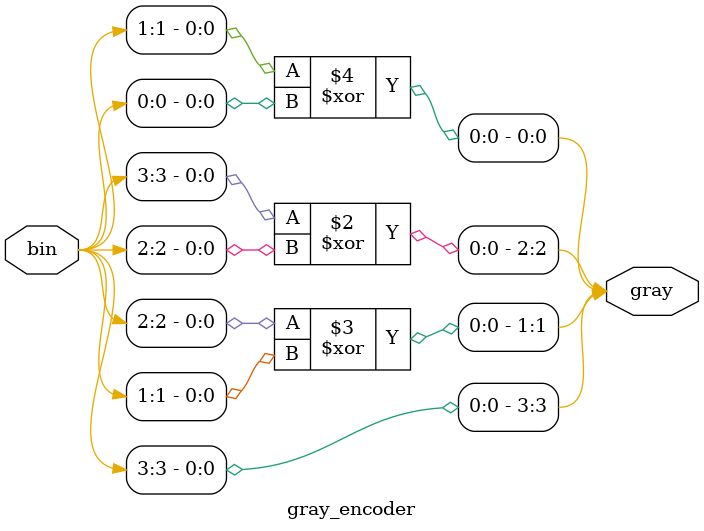
<source format=v>
module gray_encoder (
    input [3:0] bin,
    output reg [3:0] gray
);

    always @(bin) begin
        gray[3] = bin[3];
        gray[2] = bin[3] ^ bin[2];
        gray[1] = bin[2] ^ bin[1];
        gray[0] = bin[1] ^ bin[0];
    end
endmodule
</source>
